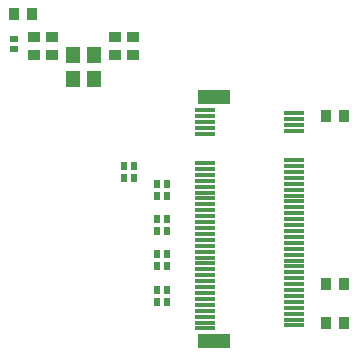
<source format=gtp>
G04*
G04 #@! TF.GenerationSoftware,Altium Limited,Altium Designer,23.5.1 (21)*
G04*
G04 Layer_Color=8421504*
%FSLAX25Y25*%
%MOIN*%
G70*
G04*
G04 #@! TF.SameCoordinates,759C71C3-0AE8-42CF-A238-0F2E4D7DB1F7*
G04*
G04*
G04 #@! TF.FilePolarity,Positive*
G04*
G01*
G75*
%ADD13R,0.04567X0.05787*%
%ADD14R,0.03661X0.03858*%
%ADD15R,0.02559X0.02362*%
%ADD16R,0.03858X0.03661*%
%ADD17R,0.10827X0.04724*%
%ADD18R,0.06693X0.01181*%
%ADD19R,0.02362X0.02559*%
D13*
X82496Y157000D02*
D03*
X89504D02*
D03*
X82496Y165000D02*
D03*
X89504D02*
D03*
D14*
X173031Y75500D02*
D03*
X166969D02*
D03*
X69000Y178500D02*
D03*
X62937D02*
D03*
X173031Y88500D02*
D03*
X166969D02*
D03*
X173031Y144500D02*
D03*
X166969D02*
D03*
D15*
X63000Y170173D02*
D03*
Y166827D02*
D03*
D16*
X96500Y171031D02*
D03*
Y164969D02*
D03*
X102500Y171031D02*
D03*
Y164969D02*
D03*
X75500Y171031D02*
D03*
Y164969D02*
D03*
X69500Y171031D02*
D03*
Y164969D02*
D03*
D17*
X129551Y151012D02*
D03*
Y69516D02*
D03*
D18*
X126500Y138807D02*
D03*
Y146681D02*
D03*
X156224Y145697D02*
D03*
X126500Y144713D02*
D03*
X156224Y143728D02*
D03*
X126500Y142744D02*
D03*
X156224Y141760D02*
D03*
X126500Y140776D02*
D03*
X156224Y139791D02*
D03*
Y129949D02*
D03*
X126500Y128965D02*
D03*
X156224Y127980D02*
D03*
X126500Y126996D02*
D03*
X156224Y126012D02*
D03*
X126500Y125028D02*
D03*
X156224Y124043D02*
D03*
X126500Y123059D02*
D03*
X156224Y122075D02*
D03*
X126500Y121091D02*
D03*
X156224Y120106D02*
D03*
X126500Y119122D02*
D03*
X156224Y118138D02*
D03*
X126500Y117154D02*
D03*
X156224Y116169D02*
D03*
X126500Y115185D02*
D03*
X156224Y114201D02*
D03*
X126500Y113216D02*
D03*
X156224Y112232D02*
D03*
X126500Y111248D02*
D03*
X156224Y110264D02*
D03*
X126500Y109280D02*
D03*
X156224Y108295D02*
D03*
X126500Y107311D02*
D03*
X156224Y106327D02*
D03*
X126500Y105342D02*
D03*
X156224Y104358D02*
D03*
X126500Y103374D02*
D03*
X156224Y102390D02*
D03*
X126500Y101406D02*
D03*
X156224Y100421D02*
D03*
X126500Y99437D02*
D03*
X156224Y98453D02*
D03*
X126500Y97469D02*
D03*
X156224Y96484D02*
D03*
X126500Y95500D02*
D03*
X156224Y94516D02*
D03*
X126500Y93532D02*
D03*
X156224Y92547D02*
D03*
X126500Y91563D02*
D03*
X156224Y90579D02*
D03*
X126500Y89595D02*
D03*
X156224Y88610D02*
D03*
X126500Y87626D02*
D03*
X156224Y86642D02*
D03*
X126500Y85658D02*
D03*
X156224Y84673D02*
D03*
X126500Y83689D02*
D03*
X156224Y82705D02*
D03*
X126500Y81721D02*
D03*
X156224Y80736D02*
D03*
X126500Y79752D02*
D03*
X156224Y78768D02*
D03*
X126500Y77784D02*
D03*
X156224Y76799D02*
D03*
X126500Y75815D02*
D03*
X156224Y74831D02*
D03*
X126500Y73847D02*
D03*
D19*
X110654Y122000D02*
D03*
X114000D02*
D03*
X110654Y118018D02*
D03*
X114000D02*
D03*
X99654Y128080D02*
D03*
X103000D02*
D03*
X99654Y124080D02*
D03*
X103000D02*
D03*
X110654Y82770D02*
D03*
X114000D02*
D03*
X110654Y86772D02*
D03*
X114000D02*
D03*
X110654Y98500D02*
D03*
X114000D02*
D03*
X110654Y94515D02*
D03*
X114000D02*
D03*
X110654Y110264D02*
D03*
X114000D02*
D03*
X110654Y106260D02*
D03*
X114000D02*
D03*
M02*

</source>
